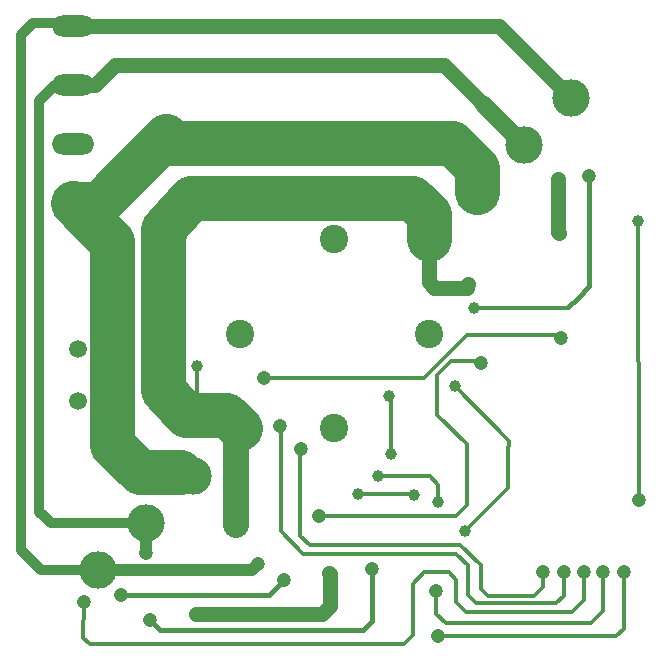
<source format=gbr>
G04 #@! TF.FileFunction,Copper,L2,Bot,Signal*
%FSLAX46Y46*%
G04 Gerber Fmt 4.6, Leading zero omitted, Abs format (unit mm)*
G04 Created by KiCad (PCBNEW 4.0.6) date 07/21/17 09:20:33*
%MOMM*%
%LPD*%
G01*
G04 APERTURE LIST*
%ADD10C,0.100000*%
%ADD11C,2.540000*%
%ADD12C,3.175000*%
%ADD13O,3.581400X1.790700*%
%ADD14C,2.400000*%
%ADD15C,1.500000*%
%ADD16C,1.206400*%
%ADD17C,1.006400*%
%ADD18C,1.350000*%
%ADD19C,0.304800*%
%ADD20C,0.812800*%
%ADD21C,1.270000*%
%ADD22C,1.016000*%
%ADD23C,1.422400*%
%ADD24C,3.810000*%
%ADD25C,2.184400*%
%ADD26C,0.406400*%
G04 APERTURE END LIST*
D10*
D11*
X136486900Y-117792500D03*
D12*
X136486900Y-117792500D03*
D11*
X140474700Y-113804700D03*
D12*
X140474700Y-113804700D03*
D11*
X128485900Y-125793500D03*
D12*
X128485900Y-125793500D03*
D11*
X132549900Y-121805700D03*
D12*
X132549900Y-121805700D03*
D11*
X160515300Y-93764100D03*
D12*
X160515300Y-93764100D03*
D11*
X156476700Y-97777300D03*
D12*
X156476700Y-97777300D03*
D11*
X164503100Y-89776300D03*
D12*
X164503100Y-89776300D03*
D11*
X168490900Y-85788500D03*
D12*
X168490900Y-85788500D03*
D13*
X126352300Y-94736300D03*
X126352300Y-89736300D03*
X126352300Y-84736300D03*
X126352300Y-79736300D03*
D14*
X156476700Y-105803700D03*
X148475700Y-97802700D03*
X140474700Y-105803700D03*
X148450300Y-113804700D03*
D15*
X126758700Y-107099100D03*
X126784100Y-111493300D03*
D16*
X142532100Y-109562900D03*
X167652700Y-106133900D03*
X167881300Y-125971300D03*
X143878300Y-113601500D03*
X166179500Y-125996700D03*
X145656300Y-115582700D03*
X157213300Y-131356100D03*
X172986700Y-125920500D03*
X157111700Y-127546100D03*
X171259500Y-125971300D03*
X142049500Y-125285500D03*
X132524500Y-124371100D03*
X174231300Y-119849900D03*
X159753300Y-101536500D03*
D17*
X138341100Y-94272100D03*
X174205900Y-96278700D03*
X136842500Y-108496100D03*
X140169900Y-122008900D03*
D16*
X151625300Y-125691900D03*
X132880100Y-130035300D03*
X167424100Y-92671900D03*
X167474900Y-97218500D03*
D18*
X131991100Y-117487700D03*
D17*
X134226300Y-89065100D03*
D16*
X130416300Y-127927100D03*
X144233900Y-126606300D03*
X147205700Y-121196100D03*
X160921700Y-108242100D03*
D17*
X136791700Y-129527300D03*
X148043900Y-126072900D03*
X158661100Y-110248700D03*
X159532284Y-122473681D03*
D16*
X127241300Y-128536700D03*
X169608500Y-125971300D03*
D17*
X150507700Y-119367300D03*
X155257500Y-119418100D03*
X157238700Y-120002300D03*
X152158700Y-117817900D03*
X153301700Y-115938300D03*
X153073100Y-111061500D03*
D16*
X170065700Y-92468700D03*
D17*
X160337500Y-103619300D03*
D19*
X142532100Y-109562900D02*
X156070300Y-109562900D01*
X156070300Y-109562900D02*
X159727900Y-105879900D01*
X159727900Y-105879900D02*
X167398700Y-105879900D01*
X167398700Y-105879900D02*
X167652700Y-106133900D01*
X167881300Y-125971300D02*
X167881300Y-127952500D01*
X167881300Y-127952500D02*
X167220900Y-128612900D01*
X167220900Y-128612900D02*
X160464500Y-128612900D01*
X160464500Y-128612900D02*
X159753300Y-127901700D01*
X159753300Y-127901700D02*
X159753300Y-125336300D01*
X159753300Y-125336300D02*
X158762700Y-124396500D01*
X158762700Y-124396500D02*
X145834100Y-124396500D01*
X145834100Y-124396500D02*
X143954500Y-122466100D01*
X143954500Y-122466100D02*
X143954500Y-114058700D01*
X143954500Y-114058700D02*
X143878300Y-113601500D01*
X166179500Y-125996700D02*
X166179500Y-127190500D01*
X166179500Y-127190500D02*
X165417500Y-127977900D01*
X165417500Y-127977900D02*
X161480500Y-127977900D01*
X161480500Y-127977900D02*
X160870900Y-127368300D01*
X160870900Y-127368300D02*
X160870900Y-125387100D01*
X160870900Y-125387100D02*
X159143700Y-123659900D01*
X159143700Y-123659900D02*
X146392900Y-123659900D01*
X146392900Y-123659900D02*
X145605500Y-122872500D01*
X145605500Y-122872500D02*
X145605500Y-116598700D01*
X145605500Y-116598700D02*
X145656300Y-115582700D01*
X157213300Y-131356100D02*
X172351700Y-131356100D01*
X172351700Y-131356100D02*
X173012100Y-130771900D01*
X173012100Y-130771900D02*
X172986700Y-125920500D01*
X157111700Y-127546100D02*
X157111700Y-129476500D01*
X157111700Y-129476500D02*
X157899100Y-130263900D01*
X157899100Y-130263900D02*
X170167300Y-130289300D01*
X170167300Y-130289300D02*
X171234100Y-129247900D01*
X171234100Y-129247900D02*
X171234100Y-125996700D01*
X171234100Y-125996700D02*
X171259500Y-125971300D01*
D20*
X128485900Y-125793500D02*
X123634500Y-125793500D01*
X123634500Y-125793500D02*
X121907300Y-124066300D01*
D21*
X166357300Y-83731100D02*
X168490900Y-85788500D01*
D22*
X128485900Y-125793500D02*
X141541500Y-125793500D01*
X141541500Y-125793500D02*
X142049500Y-125285500D01*
D20*
X121907300Y-124066300D02*
X121958100Y-124066300D01*
X121958100Y-124066300D02*
X121958100Y-80479900D01*
X121958100Y-80479900D02*
X122923300Y-79514700D01*
X122923300Y-79514700D02*
X126130700Y-79514700D01*
D21*
X126130700Y-79514700D02*
X126352300Y-79736300D01*
X126352300Y-79736300D02*
X162438700Y-79736300D01*
X162438700Y-79736300D02*
X168490900Y-85788500D01*
X163893500Y-89166700D02*
X164503100Y-89776300D01*
D22*
X132524500Y-124371100D02*
X132524500Y-121831100D01*
X132524500Y-121831100D02*
X132549900Y-121805700D01*
D23*
X160997900Y-86271100D02*
X161747200Y-87020400D01*
X161747200Y-87020400D02*
X163893500Y-89166700D01*
D20*
X132549900Y-121805700D02*
X124498100Y-121805700D01*
X124498100Y-121805700D02*
X123736100Y-121043700D01*
X123736100Y-121043700D02*
X123634500Y-121043700D01*
X123634500Y-121043700D02*
X123431300Y-120840500D01*
X123431300Y-120840500D02*
X123431300Y-86118700D01*
X123431300Y-86118700D02*
X124853700Y-84696300D01*
X124853700Y-84696300D02*
X126312300Y-84696300D01*
D21*
X126312300Y-84696300D02*
X126352300Y-84736300D01*
X126352300Y-84736300D02*
X128191900Y-84736300D01*
X128191900Y-84736300D02*
X129933700Y-82994500D01*
X129933700Y-82994500D02*
X157721300Y-82994500D01*
X157721300Y-82994500D02*
X161747200Y-87020400D01*
D19*
X174231300Y-119849900D02*
X174205900Y-96278700D01*
D24*
X134099300Y-97066100D02*
X133997700Y-96913700D01*
X133997700Y-96913700D02*
X133997700Y-110528100D01*
X133997700Y-110528100D02*
X135928100Y-112636300D01*
X135928100Y-112636300D02*
X136080500Y-112636300D01*
X136080500Y-112636300D02*
X139306300Y-112636300D01*
X139306300Y-112636300D02*
X139966700Y-113296700D01*
X139966700Y-113296700D02*
X140474700Y-113804700D01*
X156476700Y-97777300D02*
X156476700Y-95669100D01*
X156476700Y-95669100D02*
X155079700Y-94272100D01*
X155079700Y-94272100D02*
X138341100Y-94272100D01*
X138341100Y-94272100D02*
X136309100Y-94272100D01*
X136309100Y-94272100D02*
X133997700Y-96913700D01*
D21*
X156476700Y-97777300D02*
X156476700Y-101434900D01*
X156476700Y-101434900D02*
X156933900Y-101892100D01*
X156933900Y-101892100D02*
X159677100Y-101892100D01*
X159677100Y-101892100D02*
X159753300Y-101536500D01*
D19*
X136842500Y-108496100D02*
X136842500Y-111874300D01*
X136842500Y-111874300D02*
X136080500Y-112636300D01*
D25*
X140169900Y-122008900D02*
X140169900Y-113499900D01*
X140169900Y-113499900D02*
X139966700Y-113296700D01*
D26*
X151625300Y-125691900D02*
X151650700Y-130136900D01*
X151650700Y-130136900D02*
X150888700Y-130898900D01*
X150888700Y-130898900D02*
X133743700Y-130898900D01*
X133743700Y-130898900D02*
X132880100Y-130035300D01*
D21*
X167424100Y-92671900D02*
X167424100Y-97167700D01*
X167424100Y-97167700D02*
X167474900Y-97218500D01*
D23*
X135369300Y-117487700D02*
X136232900Y-118351300D01*
X136232900Y-118351300D02*
X136232900Y-118046500D01*
X136232900Y-118046500D02*
X136486900Y-117792500D01*
D24*
X129679700Y-98063700D02*
X129679700Y-115176300D01*
X129679700Y-115176300D02*
X131991100Y-117487700D01*
X135369300Y-117487700D02*
X131991100Y-117487700D01*
X129679700Y-98063700D02*
X126352300Y-94736300D01*
X129679700Y-98063700D02*
X129679700Y-97955100D01*
X129679700Y-97955100D02*
X126504700Y-94780100D01*
X126504700Y-94780100D02*
X128511300Y-94780100D01*
X128511300Y-94780100D02*
X134226300Y-89065100D01*
X160515300Y-93764100D02*
X160515300Y-91757500D01*
X160515300Y-91757500D02*
X158407100Y-89649300D01*
X158407100Y-89649300D02*
X134810500Y-89649300D01*
X134810500Y-89649300D02*
X134226300Y-89065100D01*
D26*
X130416300Y-127927100D02*
X142913100Y-127927100D01*
X142913100Y-127927100D02*
X144233900Y-126606300D01*
D19*
X147205700Y-121196100D02*
X158762700Y-121196100D01*
X158762700Y-121196100D02*
X159677100Y-120281700D01*
X159677100Y-120281700D02*
X159677100Y-115150900D01*
X159677100Y-115150900D02*
X157162500Y-112636300D01*
X157162500Y-112636300D02*
X157162500Y-109283500D01*
X157162500Y-109283500D02*
X158381700Y-108064300D01*
X158381700Y-108064300D02*
X160743900Y-108064300D01*
X160743900Y-108064300D02*
X160921700Y-108242100D01*
D21*
X136791700Y-129527300D02*
X147434300Y-129527300D01*
X147434300Y-129527300D02*
X148094700Y-128866900D01*
X148094700Y-128866900D02*
X148094700Y-126123700D01*
X148094700Y-126123700D02*
X148043900Y-126072900D01*
D19*
X158661100Y-110248700D02*
X163233100Y-114871500D01*
X163233100Y-114871500D02*
X163207700Y-115836700D01*
X163207700Y-115836700D02*
X163207700Y-117360700D01*
X163207700Y-117360700D02*
X163197466Y-118808500D01*
X163197466Y-118808500D02*
X159532284Y-122473681D01*
X155105100Y-126961900D02*
X156070300Y-125996700D01*
X156070300Y-125996700D02*
X158153100Y-125996700D01*
X158153100Y-125996700D02*
X158813500Y-126657100D01*
X158813500Y-126657100D02*
X158813500Y-128536700D01*
X158813500Y-128536700D02*
X159626300Y-129349500D01*
X159626300Y-129349500D02*
X168567100Y-129349500D01*
X168567100Y-129349500D02*
X169583100Y-128333500D01*
X169583100Y-128333500D02*
X169608500Y-125971300D01*
X127241300Y-128536700D02*
X127215900Y-131533900D01*
X127215900Y-131533900D02*
X127774700Y-132092700D01*
X127774700Y-132092700D02*
X154343100Y-132092700D01*
X154343100Y-132092700D02*
X155105100Y-131330700D01*
X155105100Y-131330700D02*
X155105100Y-126961900D01*
X150507700Y-119367300D02*
X155308300Y-119367300D01*
X155308300Y-119367300D02*
X155257500Y-119418100D01*
X157238700Y-120002300D02*
X157238700Y-118554500D01*
X157238700Y-118554500D02*
X156552900Y-117868700D01*
X156552900Y-117868700D02*
X152209500Y-117868700D01*
X152209500Y-117868700D02*
X152158700Y-117817900D01*
X153301700Y-115938300D02*
X153301700Y-111290100D01*
X153301700Y-111290100D02*
X153073100Y-111061500D01*
D26*
X170065700Y-92468700D02*
X170065700Y-101739700D01*
X170065700Y-101739700D02*
X169075100Y-102730300D01*
X169075100Y-102730300D02*
X169075100Y-102755700D01*
X169075100Y-102755700D02*
X168287700Y-103543100D01*
D19*
X160337500Y-103619300D02*
X168211500Y-103619300D01*
X168211500Y-103619300D02*
X168287700Y-103543100D01*
M02*

</source>
